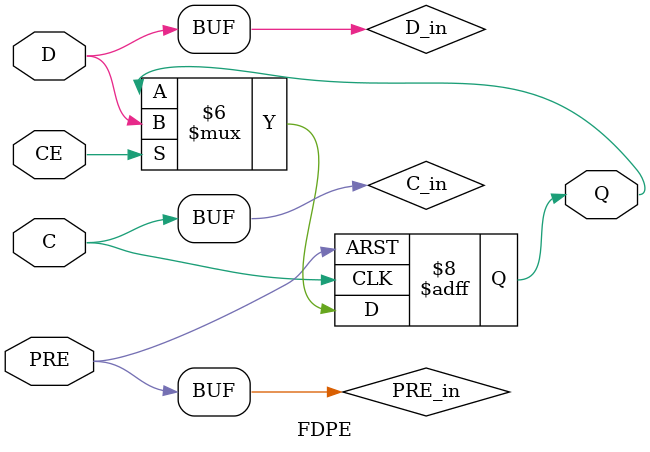
<source format=v>

`timescale  1 ps / 1 ps

`celldefine

module FDPE (Q, C, CE, D, PRE);

    parameter [0:0] INIT = 1'b1;
    parameter [0:0] IS_C_INVERTED = 1'b0;
    parameter [0:0] IS_D_INVERTED = 1'b0;
    parameter [0:0] IS_PRE_INVERTED = 1'b0;

`ifdef XIL_TIMING //Simprim
   parameter LOC = "UNPLACED";
   parameter MSGON = "TRUE";
   parameter XON = "TRUE";
`endif

    output Q;
    reg    Q = INIT;

    input  C, CE, D, PRE;

    wire C_in, D_in, PRE_in;

    assign C_in = C ^ IS_C_INVERTED;
    assign D_in = D ^ IS_D_INVERTED;
    assign PRE_in = PRE ^ IS_PRE_INVERTED;

  always @(posedge PRE_in or posedge C_in)
      if (PRE_in)
    Q <= 1;
      else if (CE)
    Q <= D_in;

endmodule

`endcelldefine

</source>
